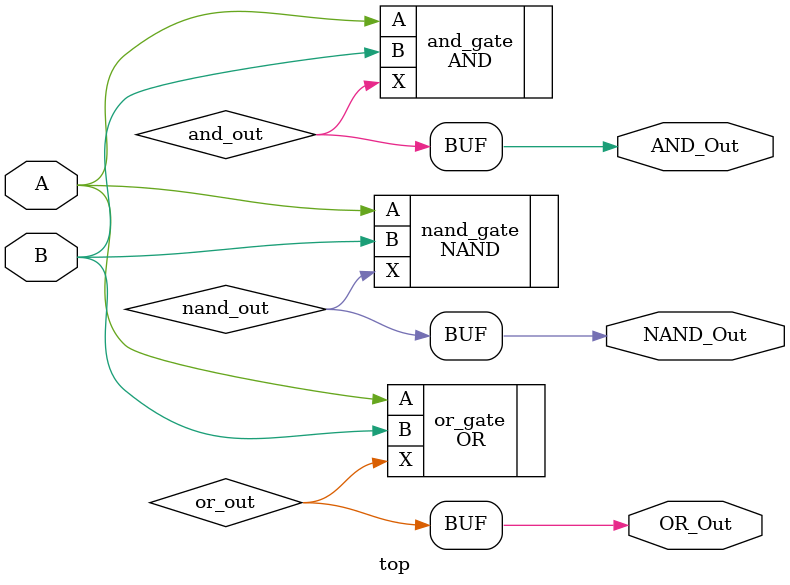
<source format=v>
module top(
    input wire A,
    input wire B,
    output wire AND_Out,
    output wire OR_Out,
    output wire NAND_Out
);

    // Internal wires to connect the outputs of individual gates
    wire and_out;
    wire or_out;
    wire nand_out;

    // Instantiate AND gate
    AND and_gate (
        .X(and_out),
        .A(A),
        .B(B)
    );

    // Instantiate OR gate
    OR or_gate (
        .X(or_out),
        .A(A),
        .B(B)
    );

    // Instantiate NAND gate
    NAND nand_gate (
        .X(nand_out),
        .A(A),
        .B(B)
    );

    // Connect internal wires to module outputs
    assign AND_Out = and_out;
    assign OR_Out = or_out;
    assign NAND_Out = nand_out;

endmodule

</source>
